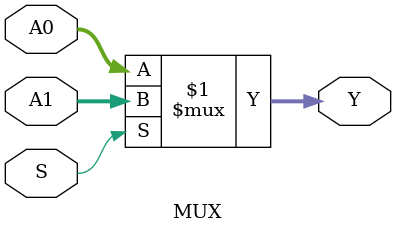
<source format=v>
module MUX (A0, A1, S, Y);
  parameter nbit=8;
  input wire [nbit-1:0] A0;
  input wire [nbit-1:0] A1;
  input wire S;
  output wire [nbit-1:0] Y;
  
  assign Y = S ? A1 : A0;
  
endmodule
</source>
